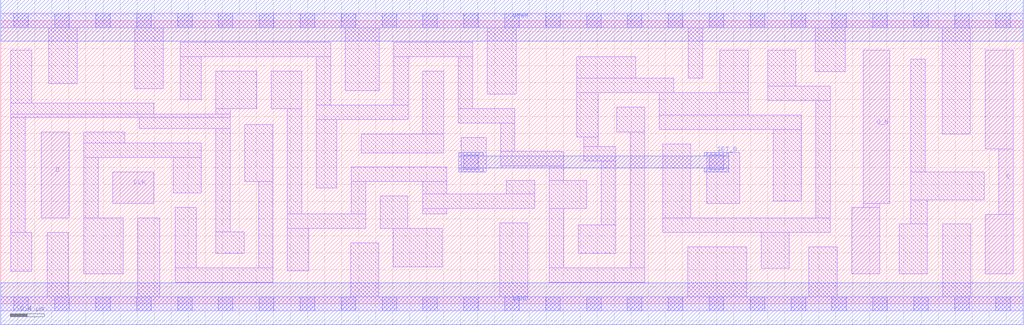
<source format=lef>
# Copyright 2020 The SkyWater PDK Authors
#
# Licensed under the Apache License, Version 2.0 (the "License");
# you may not use this file except in compliance with the License.
# You may obtain a copy of the License at
#
#     https://www.apache.org/licenses/LICENSE-2.0
#
# Unless required by applicable law or agreed to in writing, software
# distributed under the License is distributed on an "AS IS" BASIS,
# WITHOUT WARRANTIES OR CONDITIONS OF ANY KIND, either express or implied.
# See the License for the specific language governing permissions and
# limitations under the License.
#
# SPDX-License-Identifier: Apache-2.0

VERSION 5.5 ;
NAMESCASESENSITIVE ON ;
BUSBITCHARS "[]" ;
DIVIDERCHAR "/" ;
MACRO sky130_fd_sc_ls__dfsbp_1
  CLASS CORE ;
  SOURCE USER ;
  ORIGIN  0.000000  0.000000 ;
  SIZE 12 BY  3.330000 ;
  SYMMETRY X Y ;
  SITE unit ;
  PIN D
    ANTENNAGATEAREA  0.126000 ;
    DIRECTION INPUT ;
    USE SIGNAL ;
    PORT
      LAYER li1 ;
        RECT 0.475000 1.010000 0.805000 2.020000 ;
    END
  END D
  PIN Q
    ANTENNADIFFAREA  0.541300 ;
    DIRECTION OUTPUT ;
    USE SIGNAL ;
    PORT
      LAYER li1 ;
        RECT 11.555000 0.350000 11.885000 1.050000 ;
        RECT 11.555000 1.820000 11.885000 2.980000 ;
        RECT 11.715000 1.050000 11.885000 1.820000 ;
    END
  END Q
  PIN Q_N
    ANTENNADIFFAREA  0.541300 ;
    DIRECTION OUTPUT ;
    USE SIGNAL ;
    PORT
      LAYER li1 ;
        RECT  9.985000 0.350000 10.315000 1.130000 ;
        RECT 10.120000 1.130000 10.315000 1.180000 ;
        RECT 10.120000 1.180000 10.435000 2.980000 ;
    END
  END Q_N
  PIN SET_B
    ANTENNAPARTIALMETALSIDEAREA  2.205000 ;
    DIRECTION INPUT ;
    USE SIGNAL ;
    PORT
      LAYER met1 ;
        RECT 5.375000 1.550000 5.665000 1.595000 ;
        RECT 5.375000 1.595000 8.545000 1.735000 ;
        RECT 5.375000 1.735000 5.665000 1.780000 ;
        RECT 8.255000 1.550000 8.545000 1.595000 ;
        RECT 8.255000 1.735000 8.545000 1.780000 ;
    END
  END SET_B
  PIN CLK
    ANTENNAGATEAREA  0.279000 ;
    DIRECTION INPUT ;
    USE CLOCK ;
    PORT
      LAYER li1 ;
        RECT 1.315000 1.180000 1.795000 1.550000 ;
    END
  END CLK
  PIN VGND
    DIRECTION INOUT ;
    SHAPE ABUTMENT ;
    USE GROUND ;
    PORT
      LAYER met1 ;
        RECT 0.000000 -0.245000 12.000000 0.245000 ;
    END
  END VGND
  PIN VNB
    DIRECTION INOUT ;
    USE GROUND ;
    PORT
    END
  END VNB
  PIN VPB
    DIRECTION INOUT ;
    USE POWER ;
    PORT
    END
  END VPB
  PIN VPWR
    DIRECTION INOUT ;
    SHAPE ABUTMENT ;
    USE POWER ;
    PORT
      LAYER met1 ;
        RECT 0.000000 3.085000 12.000000 3.575000 ;
    END
  END VPWR
  OBS
    LAYER li1 ;
      RECT  0.000000 -0.085000 12.000000 0.085000 ;
      RECT  0.000000  3.245000 12.000000 3.415000 ;
      RECT  0.115000  0.380000  0.365000 0.840000 ;
      RECT  0.115000  0.840000  0.285000 2.190000 ;
      RECT  0.115000  2.190000  2.695000 2.230000 ;
      RECT  0.115000  2.230000  1.795000 2.360000 ;
      RECT  0.115000  2.360000  0.365000 2.980000 ;
      RECT  0.545000  0.085000  0.795000 0.840000 ;
      RECT  0.565000  2.590000  0.895000 3.245000 ;
      RECT  0.975000  0.350000  1.435000 1.010000 ;
      RECT  0.975000  1.010000  1.145000 1.720000 ;
      RECT  0.975000  1.720000  2.355000 1.890000 ;
      RECT  0.975000  1.890000  1.455000 2.020000 ;
      RECT  1.575000  2.530000  1.905000 3.245000 ;
      RECT  1.605000  0.085000  1.865000 1.010000 ;
      RECT  1.625000  2.060000  2.695000 2.190000 ;
      RECT  2.025000  1.300000  2.355000 1.720000 ;
      RECT  2.045000  0.255000  3.195000 0.425000 ;
      RECT  2.045000  0.425000  2.295000 1.130000 ;
      RECT  2.105000  2.400000  2.355000 2.905000 ;
      RECT  2.105000  2.905000  3.875000 3.075000 ;
      RECT  2.525000  0.595000  2.855000 0.845000 ;
      RECT  2.525000  0.845000  2.695000 2.060000 ;
      RECT  2.525000  2.230000  2.695000 2.295000 ;
      RECT  2.525000  2.295000  3.005000 2.735000 ;
      RECT  2.865000  1.435000  3.195000 2.105000 ;
      RECT  3.025000  0.425000  3.195000 1.435000 ;
      RECT  3.175000  2.295000  3.535000 2.735000 ;
      RECT  3.365000  0.385000  3.615000 0.885000 ;
      RECT  3.365000  0.885000  4.285000 1.055000 ;
      RECT  3.365000  1.055000  3.535000 2.295000 ;
      RECT  3.705000  1.360000  3.945000 2.165000 ;
      RECT  3.705000  2.165000  4.780000 2.335000 ;
      RECT  3.705000  2.335000  3.875000 2.905000 ;
      RECT  4.045000  2.505000  4.440000 3.245000 ;
      RECT  4.105000  0.085000  4.435000 0.715000 ;
      RECT  4.115000  1.055000  4.285000 1.435000 ;
      RECT  4.115000  1.435000  5.235000 1.605000 ;
      RECT  4.230000  1.775000  5.200000 1.995000 ;
      RECT  4.455000  0.885000  4.775000 1.265000 ;
      RECT  4.605000  0.435000  5.180000 0.885000 ;
      RECT  4.610000  2.335000  4.780000 2.905000 ;
      RECT  4.610000  2.905000  5.540000 3.075000 ;
      RECT  4.950000  1.055000  5.235000 1.120000 ;
      RECT  4.950000  1.120000  6.265000 1.290000 ;
      RECT  4.950000  1.290000  5.235000 1.435000 ;
      RECT  4.950000  1.995000  5.200000 2.735000 ;
      RECT  5.370000  2.125000  6.035000 2.295000 ;
      RECT  5.370000  2.295000  5.540000 2.905000 ;
      RECT  5.405000  1.550000  5.695000 1.955000 ;
      RECT  5.710000  2.465000  6.050000 3.245000 ;
      RECT  5.855000  0.085000  6.185000 0.950000 ;
      RECT  5.865000  1.620000  6.605000 1.790000 ;
      RECT  5.865000  1.790000  6.035000 2.125000 ;
      RECT  5.935000  1.290000  6.265000 1.450000 ;
      RECT  6.435000  0.255000  7.560000 0.425000 ;
      RECT  6.435000  0.425000  6.605000 1.120000 ;
      RECT  6.435000  1.120000  6.880000 1.450000 ;
      RECT  6.435000  1.450000  6.605000 1.620000 ;
      RECT  6.760000  1.960000  7.010000 2.480000 ;
      RECT  6.760000  2.480000  7.900000 2.650000 ;
      RECT  6.760000  2.650000  7.450000 2.905000 ;
      RECT  6.775000  0.595000  7.220000 0.925000 ;
      RECT  6.840000  1.680000  7.220000 1.850000 ;
      RECT  6.840000  1.850000  7.010000 1.960000 ;
      RECT  7.050000  0.925000  7.220000 1.680000 ;
      RECT  7.230000  2.020000  7.560000 2.310000 ;
      RECT  7.390000  0.425000  7.560000 2.020000 ;
      RECT  7.730000  2.050000  9.395000 2.220000 ;
      RECT  7.730000  2.220000  8.770000 2.480000 ;
      RECT  7.770000  0.840000  9.735000 1.010000 ;
      RECT  7.770000  1.010000  8.100000 1.880000 ;
      RECT  8.065000  0.085000  8.755000 0.670000 ;
      RECT  8.070000  2.650000  8.240000 3.245000 ;
      RECT  8.285000  1.180000  8.670000 1.780000 ;
      RECT  8.440000  2.480000  8.770000 2.980000 ;
      RECT  8.925000  0.415000  9.255000 0.840000 ;
      RECT  9.000000  2.390000  9.735000 2.560000 ;
      RECT  9.000000  2.560000  9.330000 2.980000 ;
      RECT  9.065000  1.210000  9.395000 2.050000 ;
      RECT  9.485000  0.085000  9.815000 0.670000 ;
      RECT  9.560000  2.730000  9.910000 3.245000 ;
      RECT  9.565000  1.010000  9.735000 2.390000 ;
      RECT 10.545000  0.350000 10.875000 0.940000 ;
      RECT 10.680000  0.940000 10.875000 1.220000 ;
      RECT 10.680000  1.220000 11.540000 1.550000 ;
      RECT 10.680000  1.550000 10.850000 2.875000 ;
      RECT 11.050000  1.995000 11.380000 3.245000 ;
      RECT 11.055000  0.085000 11.385000 0.940000 ;
    LAYER mcon ;
      RECT  0.155000 -0.085000  0.325000 0.085000 ;
      RECT  0.155000  3.245000  0.325000 3.415000 ;
      RECT  0.635000 -0.085000  0.805000 0.085000 ;
      RECT  0.635000  3.245000  0.805000 3.415000 ;
      RECT  1.115000 -0.085000  1.285000 0.085000 ;
      RECT  1.115000  3.245000  1.285000 3.415000 ;
      RECT  1.595000 -0.085000  1.765000 0.085000 ;
      RECT  1.595000  3.245000  1.765000 3.415000 ;
      RECT  2.075000 -0.085000  2.245000 0.085000 ;
      RECT  2.075000  3.245000  2.245000 3.415000 ;
      RECT  2.555000 -0.085000  2.725000 0.085000 ;
      RECT  2.555000  3.245000  2.725000 3.415000 ;
      RECT  3.035000 -0.085000  3.205000 0.085000 ;
      RECT  3.035000  3.245000  3.205000 3.415000 ;
      RECT  3.515000 -0.085000  3.685000 0.085000 ;
      RECT  3.515000  3.245000  3.685000 3.415000 ;
      RECT  3.995000 -0.085000  4.165000 0.085000 ;
      RECT  3.995000  3.245000  4.165000 3.415000 ;
      RECT  4.475000 -0.085000  4.645000 0.085000 ;
      RECT  4.475000  3.245000  4.645000 3.415000 ;
      RECT  4.955000 -0.085000  5.125000 0.085000 ;
      RECT  4.955000  3.245000  5.125000 3.415000 ;
      RECT  5.435000 -0.085000  5.605000 0.085000 ;
      RECT  5.435000  1.580000  5.605000 1.750000 ;
      RECT  5.435000  3.245000  5.605000 3.415000 ;
      RECT  5.915000 -0.085000  6.085000 0.085000 ;
      RECT  5.915000  3.245000  6.085000 3.415000 ;
      RECT  6.395000 -0.085000  6.565000 0.085000 ;
      RECT  6.395000  3.245000  6.565000 3.415000 ;
      RECT  6.875000 -0.085000  7.045000 0.085000 ;
      RECT  6.875000  3.245000  7.045000 3.415000 ;
      RECT  7.355000 -0.085000  7.525000 0.085000 ;
      RECT  7.355000  3.245000  7.525000 3.415000 ;
      RECT  7.835000 -0.085000  8.005000 0.085000 ;
      RECT  7.835000  3.245000  8.005000 3.415000 ;
      RECT  8.315000 -0.085000  8.485000 0.085000 ;
      RECT  8.315000  1.580000  8.485000 1.750000 ;
      RECT  8.315000  3.245000  8.485000 3.415000 ;
      RECT  8.795000 -0.085000  8.965000 0.085000 ;
      RECT  8.795000  3.245000  8.965000 3.415000 ;
      RECT  9.275000 -0.085000  9.445000 0.085000 ;
      RECT  9.275000  3.245000  9.445000 3.415000 ;
      RECT  9.755000 -0.085000  9.925000 0.085000 ;
      RECT  9.755000  3.245000  9.925000 3.415000 ;
      RECT 10.235000 -0.085000 10.405000 0.085000 ;
      RECT 10.235000  3.245000 10.405000 3.415000 ;
      RECT 10.715000 -0.085000 10.885000 0.085000 ;
      RECT 10.715000  3.245000 10.885000 3.415000 ;
      RECT 11.195000 -0.085000 11.365000 0.085000 ;
      RECT 11.195000  3.245000 11.365000 3.415000 ;
      RECT 11.675000 -0.085000 11.845000 0.085000 ;
      RECT 11.675000  3.245000 11.845000 3.415000 ;
  END
END sky130_fd_sc_ls__dfsbp_1
END LIBRARY

</source>
